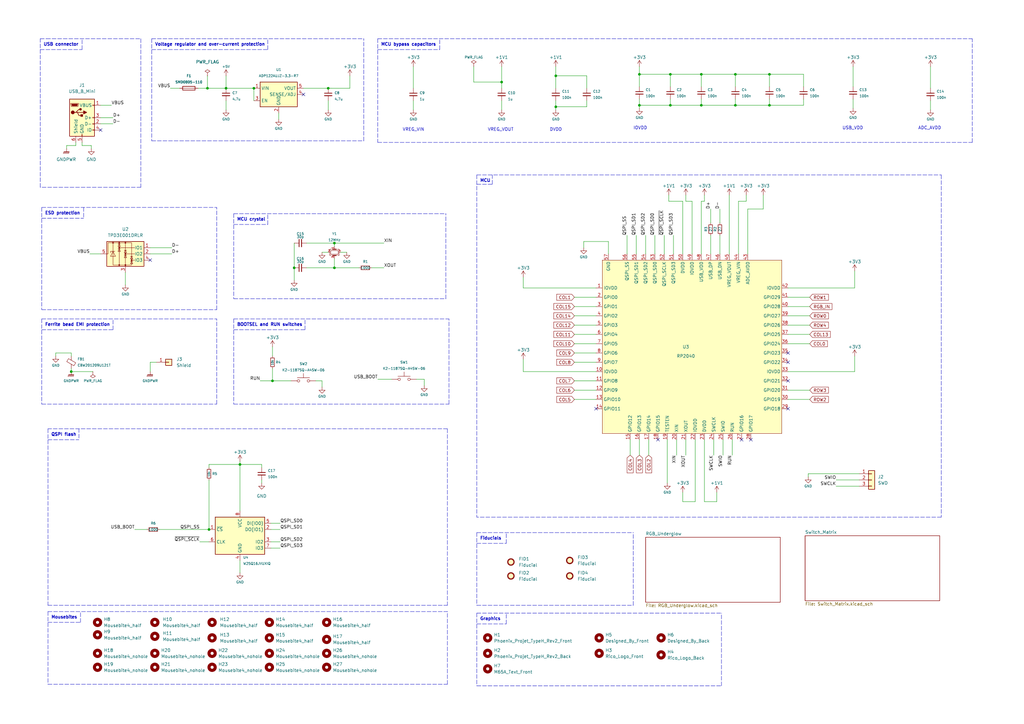
<source format=kicad_sch>
(kicad_sch (version 20211123) (generator eeschema)
  (paper "A3")
  (title_block (title "Phoenix Project No 1 - Type H") (date "2023-05-07") (rev "2") (comment 1 "Designed with love by Rico"))
  (lib_symbols
    (symbol "Connector:USB_B_Mini" (pin_names (offset 1.016))
      (property "Reference" "J" (at -5.08 11.43 0))
      (property "Value" "USB_B_Mini" (at -5.08 8.89 0))
      (symbol "USB_B_Mini_1_1"
        (pin power_out line (at 7.62 5.08 180) (length 2.54) (name "VBUS") (number "1"))
        (pin bidirectional line (at 7.62 -2.54 180) (length 2.54) (name "D-") (number "2"))
        (pin bidirectional line (at 7.62 0 180) (length 2.54) (name "D+") (number "3"))
        (pin passive line (at 7.62 -5.08 180) (length 2.54) (name "ID") (number "4"))
        (pin power_out line (at 0 -10.16 90) (length 2.54) (name "GND") (number "5"))
        (pin passive line (at -2.54 -10.16 90) (length 2.54) (name "Shield") (number "6"))
      )
    )
    (symbol "Connector_Generic:Conn_01x01" (pin_names (offset 1.016) hide)
      (property "Reference" "J" (at 0 2.54 0))
      (property "Value" "Conn_01x01" (at 0 -2.54 0))
      (symbol "Conn_01x01_1_1"
        (pin passive line (at -5.08 0 0) (length 3.81) (name "Pin_1") (number "1"))
      )
    )
    (symbol "Connector_Generic:Conn_01x03" (pin_names (offset 1.016) hide)
      (property "Reference" "J" (at 0 5.08 0))
      (property "Value" "Conn_01x03" (at 0 -5.08 0))
      (symbol "Conn_01x03_1_1"
        (pin passive line (at -5.08 2.54 0) (length 3.81) (name "Pin_1") (number "1"))
        (pin passive line (at -5.08 0 0) (length 3.81) (name "Pin_2") (number "2"))
        (pin passive line (at -5.08 -2.54 0) (length 3.81) (name "Pin_3") (number "3"))
      )
    )
    (symbol "Device:C_Small" (pin_numbers hide) (pin_names (offset 0.254) hide)
      (property "Reference" "C" (at 0.254 1.778 0))
      (property "Value" "C_Small" (at 0.254 -2.032 0))
      (symbol "C_Small_1_1"
        (pin passive line (at 0 2.54 270) (length 2.032) (name "~") (number "1"))
        (pin passive line (at 0 -2.54 90) (length 2.032) (name "~") (number "2"))
      )
    )
    (symbol "Device:Crystal_GND24_Small" (pin_names (offset 1.016) hide)
      (property "Reference" "Y" (at 1.27 4.445 0))
      (property "Value" "Crystal_GND24_Small" (at 1.27 2.54 0))
      (symbol "Crystal_GND24_Small_1_1"
        (pin passive line (at -2.54 0 0) (length 1.27) (name "1") (number "1"))
        (pin passive line (at 0 -2.54 90) (length 0.635) (name "2") (number "2"))
        (pin passive line (at 2.54 0 180) (length 1.27) (name "3") (number "3"))
        (pin passive line (at 0 2.54 270) (length 0.635) (name "4") (number "4"))
      )
    )
    (symbol "Device:FerriteBead_Small" (pin_numbers hide) (pin_names (offset 0))
      (property "Reference" "FB" (at 1.905 1.27 0))
      (property "Value" "FerriteBead_Small" (at 1.905 -1.27 0))
      (symbol "FerriteBead_Small_1_1"
        (pin passive line (at 0 2.54 270) (length 1.27) (name "~") (number "1"))
        (pin passive line (at 0 -2.54 90) (length 1.27) (name "~") (number "2"))
      )
    )
    (symbol "Device:Fuse" (pin_numbers hide) (pin_names (offset 0))
      (property "Reference" "F" (at 2.032 0 90))
      (property "Value" "Fuse" (at -1.905 0 90))
      (symbol "Fuse_1_1"
        (pin passive line (at 0 3.81 270) (length 1.27) (name "~") (number "1"))
        (pin passive line (at 0 -3.81 90) (length 1.27) (name "~") (number "2"))
      )
    )
    (symbol "Device:R_Small" (pin_numbers hide) (pin_names (offset 0.254) hide)
      (property "Reference" "R" (at 0.762 0.508 0))
      (property "Value" "R_Small" (at 0.762 -1.016 0))
      (symbol "R_Small_1_1"
        (pin passive line (at 0 2.54 270) (length 0.762) (name "~") (number "1"))
        (pin passive line (at 0 -2.54 90) (length 0.762) (name "~") (number "2"))
      )
    )
    (symbol "Mechanical:Fiducial"
      (property "Reference" "FID" (at 0 5.08 0))
      (property "Value" "Fiducial" (at 0 3.175 0))
    )
    (symbol "Mechanical:MountingHole" (pin_names (offset 1.016))
      (property "Reference" "H" (at 0 5.08 0))
      (property "Value" "MountingHole" (at 0 3.175 0))
    )
    (symbol "Memory_Flash:W25Q32JVSS"
      (property "Reference" "U" (at -8.89 8.89 0))
      (property "Value" "W25Q32JVSS" (at 7.62 8.89 0))
      (symbol "W25Q32JVSS_1_1"
        (pin input line (at -12.7 2.54 0) (length 2.54) (name "~{CS}") (number "1"))
        (pin bidirectional line (at 12.7 2.54 180) (length 2.54) (name "DO(IO1)") (number "2"))
        (pin bidirectional line (at 12.7 -2.54 180) (length 2.54) (name "IO2") (number "3"))
        (pin power_in line (at 0 -10.16 90) (length 2.54) (name "GND") (number "4"))
        (pin bidirectional line (at 12.7 5.08 180) (length 2.54) (name "DI(IO0)") (number "5"))
        (pin input line (at -12.7 -2.54 0) (length 2.54) (name "CLK") (number "6"))
        (pin bidirectional line (at 12.7 -5.08 180) (length 2.54) (name "IO3") (number "7"))
        (pin power_in line (at 0 10.16 270) (length 2.54) (name "VCC") (number "8"))
      )
    )
    (symbol "Power_Protection:TPD3E001DRLR"
      (property "Reference" "U" (at -5.08 6.35 0))
      (property "Value" "TPD3E001DRLR" (at 8.89 -7.62 0))
      (symbol "TPD3E001DRLR_1_1"
        (pin passive line (at 10.16 2.54 180) (length 2.54) (name "IO1") (number "1"))
        (pin passive line (at 10.16 0 180) (length 2.54) (name "IO2") (number "2"))
        (pin passive line (at 0 -7.62 90) (length 2.54) (name "~") (number "3"))
        (pin passive line (at 10.16 -2.54 180) (length 2.54) (name "IO3") (number "4"))
        (pin passive line (at -10.16 0 0) (length 2.54) (name "~") (number "5"))
      )
    )
    (symbol "Regulator_Linear:ADP7142AUJZ-3.3"
      (property "Reference" "U" (at 0 8.89 0))
      (property "Value" "ADP7142AUJZ-3.3" (at 0 6.35 0))
      (symbol "ADP7142AUJZ-3.3_1_1"
        (pin power_in line (at -10.16 2.54 0) (length 2.54) (name "VIN") (number "1"))
        (pin power_in line (at 0 -7.62 90) (length 2.54) (name "GND") (number "2"))
        (pin input line (at -10.16 -2.54 0) (length 2.54) (name "EN") (number "3"))
        (pin input line (at 10.16 0 180) (length 2.54) (name "SENSE/ADJ") (number "4"))
        (pin power_out line (at 10.16 2.54 180) (length 2.54) (name "VOUT") (number "5"))
      )
    )
    (symbol "Switch:SW_Push" (pin_numbers hide) (pin_names (offset 1.016) hide)
      (property "Reference" "SW" (at 1.27 2.54 0))
      (property "Value" "SW_Push" (at 0 -1.524 0))
      (symbol "SW_Push_0_1"
        (pin passive line (at -5.08 0 0) (length 2.54) (name "1") (number "1"))
        (pin passive line (at 5.08 0 180) (length 2.54) (name "2") (number "2"))
      )
    )
    (symbol "mymakercorner:RP2040"
      (property "Reference" "U" (at 0 3.81 0))
      (property "Value" "RP2040" (at 0 1.27 0))
      (symbol "RP2040_1_1"
        (pin power_in line (at -36.83 24.13 0) (length 2.54) (name "IOVDD") (number "1"))
        (pin power_in line (at -36.83 -10.16 0) (length 2.54) (name "IOVDD") (number "10"))
        (pin bidirectional line (at -36.83 -13.97 0) (length 2.54) (name "GPIO8") (number "11"))
        (pin bidirectional line (at -36.83 -17.78 0) (length 2.54) (name "GPIO9") (number "12"))
        (pin bidirectional line (at -36.83 -21.59 0) (length 2.54) (name "GPIO10") (number "13"))
        (pin bidirectional line (at -36.83 -25.4 0) (length 2.54) (name "GPIO11") (number "14"))
        (pin bidirectional line (at -22.86 -38.1 90) (length 2.54) (name "GPIO12") (number "15"))
        (pin bidirectional line (at -19.05 -38.1 90) (length 2.54) (name "GPIO13") (number "16"))
        (pin bidirectional line (at -15.24 -38.1 90) (length 2.54) (name "GPIO14") (number "17"))
        (pin bidirectional line (at -11.43 -38.1 90) (length 2.54) (name "GPIO15") (number "18"))
        (pin input line (at -7.62 -38.1 90) (length 2.54) (name "TESTEN") (number "19"))
        (pin bidirectional line (at -36.83 20.32 0) (length 2.54) (name "GPIO0") (number "2"))
        (pin input line (at -3.81 -38.1 90) (length 2.54) (name "XIN") (number "20"))
        (pin input line (at 0 -38.1 90) (length 2.54) (name "XOUT") (number "21"))
        (pin power_in line (at 3.81 -38.1 90) (length 2.54) (name "IOVDD") (number "22"))
        (pin power_in line (at 7.62 -38.1 90) (length 2.54) (name "DVDD") (number "23"))
        (pin bidirectional line (at 11.43 -38.1 90) (length 2.54) (name "SWCLK") (number "24"))
        (pin bidirectional line (at 15.24 -38.1 90) (length 2.54) (name "SWIO") (number "25"))
        (pin input line (at 19.05 -38.1 90) (length 2.54) (name "RUN") (number "26"))
        (pin bidirectional line (at 22.86 -38.1 90) (length 2.54) (name "GPIO16") (number "27"))
        (pin bidirectional line (at 26.67 -38.1 90) (length 2.54) (name "GPIO17") (number "28"))
        (pin bidirectional line (at 41.91 -25.4 180) (length 2.54) (name "GPIO18") (number "29"))
        (pin bidirectional line (at -36.83 16.51 0) (length 2.54) (name "GPIO1") (number "3"))
        (pin bidirectional line (at 41.91 -21.59 180) (length 2.54) (name "GPIO19") (number "30"))
        (pin bidirectional line (at 41.91 -17.78 180) (length 2.54) (name "GPIO20") (number "31"))
        (pin bidirectional line (at 41.91 -13.97 180) (length 2.54) (name "GPIO21") (number "32"))
        (pin power_in line (at 41.91 -10.16 180) (length 2.54) (name "IOVDD") (number "33"))
        (pin bidirectional line (at 41.91 -6.35 180) (length 2.54) (name "GPIO22") (number "34"))
        (pin bidirectional line (at 41.91 -2.54 180) (length 2.54) (name "GPIO23") (number "35"))
        (pin bidirectional line (at 41.91 1.27 180) (length 2.54) (name "GPIO24") (number "36"))
        (pin bidirectional line (at 41.91 5.08 180) (length 2.54) (name "GPIO25") (number "37"))
        (pin bidirectional line (at 41.91 8.89 180) (length 2.54) (name "GPIO26") (number "38"))
        (pin bidirectional line (at 41.91 12.7 180) (length 2.54) (name "GPIO27") (number "39"))
        (pin bidirectional line (at -36.83 12.7 0) (length 2.54) (name "GPIO2") (number "4"))
        (pin bidirectional line (at 41.91 16.51 180) (length 2.54) (name "GPIO28") (number "40"))
        (pin bidirectional line (at 41.91 20.32 180) (length 2.54) (name "GPIO29") (number "41"))
        (pin power_in line (at 41.91 24.13 180) (length 2.54) (name "IOVDD") (number "42"))
        (pin power_in line (at 25.4 38.1 270) (length 2.54) (name "ADC_AVDD") (number "43"))
        (pin power_in line (at 21.59 38.1 270) (length 2.54) (name "VREG_VIN") (number "44"))
        (pin power_in line (at 17.78 38.1 270) (length 2.54) (name "VREG_VOUT") (number "45"))
        (pin bidirectional line (at 13.97 38.1 270) (length 2.54) (name "USB_DN") (number "46"))
        (pin bidirectional line (at 10.16 38.1 270) (length 2.54) (name "USB_DP") (number "47"))
        (pin power_in line (at 6.35 38.1 270) (length 2.54) (name "USB_VDD") (number "48"))
        (pin power_in line (at 2.54 38.1 270) (length 2.54) (name "IOVDD") (number "49"))
        (pin bidirectional line (at -36.83 8.89 0) (length 2.54) (name "GPIO3") (number "5"))
        (pin power_in line (at -1.27 38.1 270) (length 2.54) (name "DVDD") (number "50"))
        (pin bidirectional line (at -5.08 38.1 270) (length 2.54) (name "QSPI_SD3") (number "51"))
        (pin bidirectional line (at -8.89 38.1 270) (length 2.54) (name "QSPI_SCLK") (number "52"))
        (pin bidirectional line (at -12.7 38.1 270) (length 2.54) (name "QSPI_SD0") (number "53"))
        (pin bidirectional line (at -16.51 38.1 270) (length 2.54) (name "QSPI_SD2") (number "54"))
        (pin bidirectional line (at -20.32 38.1 270) (length 2.54) (name "QSPI_SD1") (number "55"))
        (pin bidirectional line (at -24.13 38.1 270) (length 2.54) (name "QSPI_SS") (number "56"))
        (pin power_in line (at -31.75 38.1 270) (length 2.54) (name "GND") (number "57"))
        (pin bidirectional line (at -36.83 5.08 0) (length 2.54) (name "GPIO4") (number "6"))
        (pin bidirectional line (at -36.83 1.27 0) (length 2.54) (name "GPIO5") (number "7"))
        (pin bidirectional line (at -36.83 -2.54 0) (length 2.54) (name "GPIO6") (number "8"))
        (pin bidirectional line (at -36.83 -6.35 0) (length 2.54) (name "GPIO7") (number "9"))
      )
    )
    (symbol "power:+1V1" (power) (pin_names (offset 0))
      (property "Value" "+1V1" (at 0 3.556 0))
      (symbol "+1V1_1_1"
        (pin power_in line (at 0 0 90) (length 0) hide (name "+1V1") (number "1"))
      )
    )
    (symbol "power:+3V3" (power) (pin_names (offset 0))
      (property "Value" "+3V3" (at 0 3.556 0))
      (symbol "+3V3_1_1"
        (pin power_in line (at 0 0 90) (length 0) hide (name "+3V3") (number "1"))
      )
    )
    (symbol "power:+5V" (power) (pin_names (offset 0))
      (property "Value" "+5V" (at 0 3.556 0))
      (symbol "+5V_1_1"
        (pin power_in line (at 0 0 90) (length 0) hide (name "+5V") (number "1"))
      )
    )
    (symbol "power:GND" (power) (pin_names (offset 0))
      (property "Value" "GND" (at 0 -3.81 0))
      (symbol "GND_1_1"
        (pin power_in line (at 0 0 270) (length 0) hide (name "GND") (number "1"))
      )
    )
    (symbol "power:GNDPWR" (power) (pin_names (offset 0))
      (property "Value" "GNDPWR" (at 0 -3.302 0))
      (symbol "GNDPWR_1_1"
        (pin power_in line (at 0 0 270) (length 0) hide (name "GNDPWR") (number "1"))
      )
    )
    (symbol "power:PWR_FLAG" (power) (pin_numbers hide) (pin_names (offset 0) hide)
      (property "Value" "PWR_FLAG" (at 0 3.81 0))
      (symbol "PWR_FLAG_0_0"
        (pin power_out line (at 0 0 90) (length 0) (name "pwr") (number "1"))
      )
    )
  )
  (junction (at 274.955 43.18))
  (junction (at 262.255 30.48))
  (junction (at 301.625 43.18))
  (junction (at 227.965 31.115))
  (junction (at 104.14 36.195))
  (junction (at 134.62 36.195))
  (junction (at 85.725 217.17))
  (junction (at 205.74 33.655))
  (junction (at 137.16 109.855))
  (junction (at 315.595 30.48))
  (junction (at 137.16 99.695))
  (junction (at 111.76 156.21))
  (junction (at 287.655 30.48))
  (junction (at 85.09 36.195))
  (junction (at 315.595 43.18))
  (junction (at 287.655 43.18))
  (junction (at 120.65 109.855))
  (junction (at 98.425 190.5))
  (junction (at 92.71 36.195))
  (junction (at 227.965 43.815))
  (junction (at 262.255 43.18))
  (junction (at 29.21 152.4))
  (junction (at 301.625 30.48))
  (junction (at 274.955 30.48))
  (no_connect (at 244.475 167.64))
  (no_connect (at 323.215 156.21))
  (no_connect (at 323.215 148.59))
  (no_connect (at 323.215 167.64))
  (no_connect (at 41.275 53.34))
  (no_connect (at 269.875 180.34))
  (no_connect (at 61.595 106.68))
  (no_connect (at 304.165 180.34))
  (no_connect (at 124.46 38.735))
  (no_connect (at 307.975 180.34))
  (no_connect (at 323.215 144.78))
  (wire (pts (xy 274.955 30.48) (xy 287.655 30.48)))
  (wire (pts (xy 227.965 31.115) (xy 227.965 36.195)))
  (polyline (pts (xy 19.685 175.895) (xy 19.685 248.285)))
  (wire (pts (xy 111.125 217.17) (xy 114.935 217.17)))
  (wire (pts (xy 323.215 129.54) (xy 332.105 129.54)))
  (wire (pts (xy 114.3 46.355) (xy 114.3 48.895)))
  (wire (pts (xy 235.585 125.73) (xy 244.475 125.73)))
  (wire (pts (xy 64.135 148.59) (xy 61.595 148.59)))
  (wire (pts (xy 313.055 80.01) (xy 313.055 85.725)))
  (polyline (pts (xy 17.145 130.81) (xy 17.145 165.735)))
  (wire (pts (xy 111.125 222.25) (xy 114.935 222.25)))
  (polyline (pts (xy 62.23 57.785) (xy 149.225 57.785)))
  (wire (pts (xy 235.585 144.78) (xy 244.475 144.78)))
  (wire (pts (xy 205.74 33.655) (xy 205.74 36.195)))
  (wire (pts (xy 227.965 43.815) (xy 227.965 45.085)))
  (wire (pts (xy 291.465 85.725) (xy 291.465 91.44)))
  (wire (pts (xy 301.625 30.48) (xy 315.595 30.48)))
  (wire (pts (xy 240.665 31.115) (xy 240.665 36.195)))
  (polyline (pts (xy 17.145 89.535) (xy 34.29 89.535)))
  (polyline (pts (xy 195.58 218.44) (xy 259.715 218.44)))
  (wire (pts (xy 29.21 144.78) (xy 29.21 146.05)))
  (wire (pts (xy 329.565 30.48) (xy 329.565 35.56)))
  (polyline (pts (xy 95.885 87.63) (xy 95.885 122.555)))
  (wire (pts (xy 240.665 41.275) (xy 240.665 43.815)))
  (wire (pts (xy 33.655 59.69) (xy 37.465 59.69)))
  (wire (pts (xy 273.685 180.34) (xy 273.685 198.12)))
  (wire (pts (xy 227.965 31.115) (xy 240.665 31.115)))
  (wire (pts (xy 61.595 104.14) (xy 70.485 104.14)))
  (wire (pts (xy 274.955 30.48) (xy 274.955 35.56)))
  (wire (pts (xy 287.655 30.48) (xy 301.625 30.48)))
  (wire (pts (xy 31.115 58.42) (xy 31.115 59.69)))
  (wire (pts (xy 169.545 41.275) (xy 169.545 45.085)))
  (wire (pts (xy 313.055 85.725) (xy 306.705 85.725)))
  (wire (pts (xy 98.425 189.23) (xy 98.425 190.5)))
  (wire (pts (xy 70.485 101.6) (xy 61.595 101.6)))
  (polyline (pts (xy 398.78 58.42) (xy 398.78 15.875)))
  (wire (pts (xy 301.625 40.64) (xy 301.625 43.18)))
  (wire (pts (xy 29.21 151.13) (xy 29.21 152.4)))
  (wire (pts (xy 235.585 129.54) (xy 244.475 129.54)))
  (wire (pts (xy 227.965 43.815) (xy 240.665 43.815)))
  (wire (pts (xy 332.105 140.97) (xy 323.215 140.97)))
  (polyline (pts (xy 207.645 255.905) (xy 207.645 251.46)))
  (wire (pts (xy 306.705 85.725) (xy 306.705 104.14)))
  (wire (pts (xy 125.73 99.695) (xy 137.16 99.695)))
  (wire (pts (xy 69.85 36.195) (xy 73.66 36.195)))
  (wire (pts (xy 92.71 36.195) (xy 104.14 36.195)))
  (wire (pts (xy 257.175 96.52) (xy 257.175 104.14)))
  (wire (pts (xy 315.595 43.18) (xy 329.565 43.18)))
  (wire (pts (xy 170.815 155.575) (xy 173.99 155.575)))
  (wire (pts (xy 323.215 163.83) (xy 332.105 163.83)))
  (wire (pts (xy 111.76 156.21) (xy 119.38 156.21)))
  (wire (pts (xy 98.425 229.87) (xy 98.425 234.95)))
  (wire (pts (xy 51.435 111.76) (xy 51.435 116.84)))
  (wire (pts (xy 120.65 109.855) (xy 120.65 114.935)))
  (polyline (pts (xy 19.685 248.285) (xy 183.515 248.285)))
  (wire (pts (xy 173.99 155.575) (xy 173.99 158.115)))
  (wire (pts (xy 276.225 96.52) (xy 276.225 104.14)))
  (wire (pts (xy 274.32 82.55) (xy 280.035 82.55)))
  (polyline (pts (xy 195.58 251.46) (xy 195.58 281.305)))
  (polyline (pts (xy 195.58 251.46) (xy 295.91 251.46)))
  (polyline (pts (xy 201.93 75.565) (xy 201.93 71.755)))
  (wire (pts (xy 288.925 180.34) (xy 288.925 205.74)))
  (wire (pts (xy 323.215 125.73) (xy 332.105 125.73)))
  (polyline (pts (xy 62.23 15.875) (xy 149.225 15.875)))
  (polyline (pts (xy 17.145 127) (xy 88.9 127)))
  (polyline (pts (xy 33.655 20.32) (xy 33.655 15.875)))
  (wire (pts (xy 169.545 27.305) (xy 169.545 36.195)))
  (polyline (pts (xy 154.94 20.32) (xy 180.34 20.32)))
  (polyline (pts (xy 183.515 175.895) (xy 183.515 248.285)))
  (wire (pts (xy 132.08 103.505) (xy 134.62 103.505)))
  (wire (pts (xy 295.275 85.725) (xy 295.275 91.44)))
  (wire (pts (xy 92.71 31.115) (xy 92.71 36.195)))
  (wire (pts (xy 134.62 41.275) (xy 134.62 45.085)))
  (polyline (pts (xy 17.145 85.09) (xy 17.145 127)))
  (wire (pts (xy 41.275 43.18) (xy 45.72 43.18)))
  (polyline (pts (xy 195.58 222.885) (xy 207.645 222.885)))
  (polyline (pts (xy 34.29 85.09) (xy 34.29 89.535)))
  (wire (pts (xy 235.585 140.97) (xy 244.475 140.97)))
  (wire (pts (xy 287.655 30.48) (xy 287.655 35.56)))
  (wire (pts (xy 235.585 156.21) (xy 244.475 156.21)))
  (polyline (pts (xy 207.645 222.885) (xy 207.645 218.44)))
  (wire (pts (xy 268.605 96.52) (xy 268.605 104.14)))
  (wire (pts (xy 137.16 106.045) (xy 137.16 109.855)))
  (wire (pts (xy 288.925 205.74) (xy 294.005 205.74)))
  (polyline (pts (xy 95.885 130.81) (xy 184.15 130.81)))
  (wire (pts (xy 292.735 180.34) (xy 292.735 186.69)))
  (wire (pts (xy 287.655 82.55) (xy 287.655 104.14)))
  (wire (pts (xy 92.71 41.275) (xy 92.71 45.085)))
  (wire (pts (xy 124.46 36.195) (xy 134.62 36.195)))
  (wire (pts (xy 31.115 59.69) (xy 27.305 59.69)))
  (wire (pts (xy 249.555 99.06) (xy 249.555 104.14)))
  (wire (pts (xy 98.425 190.5) (xy 85.725 190.5)))
  (wire (pts (xy 342.9 196.85) (xy 352.425 196.85)))
  (polyline (pts (xy 17.145 130.81) (xy 88.9 130.81)))
  (wire (pts (xy 274.32 80.01) (xy 274.32 82.55)))
  (wire (pts (xy 111.125 224.79) (xy 114.935 224.79)))
  (wire (pts (xy 350.52 152.4) (xy 350.52 146.05)))
  (polyline (pts (xy 19.685 180.34) (xy 32.385 180.34)))
  (wire (pts (xy 85.09 31.115) (xy 85.09 36.195)))
  (wire (pts (xy 262.255 43.18) (xy 262.255 44.45)))
  (wire (pts (xy 205.74 27.305) (xy 205.74 33.655)))
  (wire (pts (xy 139.7 103.505) (xy 142.24 103.505)))
  (polyline (pts (xy 16.51 76.835) (xy 16.51 15.875)))
  (wire (pts (xy 239.395 101.6) (xy 239.395 99.06)))
  (wire (pts (xy 323.215 152.4) (xy 350.52 152.4)))
  (wire (pts (xy 194.31 33.655) (xy 205.74 33.655)))
  (wire (pts (xy 381.635 41.275) (xy 381.635 45.085)))
  (wire (pts (xy 296.545 180.34) (xy 296.545 186.69)))
  (wire (pts (xy 22.86 146.05) (xy 22.86 144.78)))
  (wire (pts (xy 281.305 80.01) (xy 281.305 82.55)))
  (polyline (pts (xy 180.34 20.32) (xy 180.34 15.875)))
  (polyline (pts (xy 32.385 179.705) (xy 32.385 175.895)))
  (polyline (pts (xy 154.94 58.42) (xy 398.78 58.42)))
  (polyline (pts (xy 46.355 135.255) (xy 46.355 130.81)))
  (polyline (pts (xy 19.685 280.67) (xy 183.515 280.67)))
  (polyline (pts (xy 88.9 127) (xy 88.9 85.09)))
  (wire (pts (xy 323.215 160.02) (xy 332.105 160.02)))
  (wire (pts (xy 235.585 137.16) (xy 244.475 137.16)))
  (wire (pts (xy 262.255 30.48) (xy 274.955 30.48)))
  (wire (pts (xy 274.955 43.18) (xy 287.655 43.18)))
  (wire (pts (xy 36.83 104.14) (xy 41.275 104.14)))
  (polyline (pts (xy 109.855 20.32) (xy 109.855 15.875)))
  (wire (pts (xy 22.86 144.78) (xy 29.21 144.78)))
  (wire (pts (xy 301.625 43.18) (xy 315.595 43.18)))
  (wire (pts (xy 33.655 58.42) (xy 33.655 59.69)))
  (polyline (pts (xy 57.785 15.875) (xy 57.785 76.835)))
  (polyline (pts (xy 195.58 75.565) (xy 201.93 75.565)))
  (polyline (pts (xy 16.51 20.32) (xy 33.655 20.32)))
  (wire (pts (xy 143.51 31.115) (xy 143.51 36.195)))
  (wire (pts (xy 81.915 222.25) (xy 85.725 222.25)))
  (wire (pts (xy 120.65 99.695) (xy 120.65 109.855)))
  (polyline (pts (xy 195.58 255.905) (xy 207.645 255.905)))
  (wire (pts (xy 194.31 27.305) (xy 194.31 33.655)))
  (polyline (pts (xy 16.51 15.875) (xy 19.05 15.875)))
  (polyline (pts (xy 95.885 87.63) (xy 182.88 87.63)))
  (wire (pts (xy 323.215 137.16) (xy 332.105 137.16)))
  (wire (pts (xy 287.655 43.18) (xy 301.625 43.18)))
  (polyline (pts (xy 195.58 71.755) (xy 195.58 212.09)))
  (wire (pts (xy 41.275 48.26) (xy 46.355 48.26)))
  (wire (pts (xy 205.74 41.275) (xy 205.74 45.085)))
  (wire (pts (xy 104.14 36.195) (xy 104.14 41.275)))
  (polyline (pts (xy 195.58 248.285) (xy 259.715 248.285)))
  (wire (pts (xy 214.63 147.32) (xy 214.63 152.4)))
  (polyline (pts (xy 195.58 281.305) (xy 295.91 281.305)))
  (polyline (pts (xy 62.23 20.32) (xy 109.855 20.32)))
  (polyline (pts (xy 183.515 280.67) (xy 183.515 250.825)))
  (wire (pts (xy 111.76 142.24) (xy 111.76 146.05)))
  (wire (pts (xy 349.885 27.305) (xy 349.885 35.56)))
  (wire (pts (xy 107.315 191.77) (xy 107.315 190.5)))
  (wire (pts (xy 323.215 121.92) (xy 332.105 121.92)))
  (wire (pts (xy 214.63 113.665) (xy 214.63 118.11)))
  (polyline (pts (xy 95.885 92.075) (xy 109.855 92.075)))
  (wire (pts (xy 277.495 180.34) (xy 277.495 186.69)))
  (wire (pts (xy 111.76 156.21) (xy 106.68 156.21)))
  (wire (pts (xy 300.355 180.34) (xy 300.355 186.69)))
  (polyline (pts (xy 17.145 85.09) (xy 88.9 85.09)))
  (polyline (pts (xy 57.785 76.835) (xy 16.51 76.835)))
  (wire (pts (xy 152.4 109.855) (xy 157.48 109.855)))
  (polyline (pts (xy 259.715 248.285) (xy 259.715 218.44)))
  (wire (pts (xy 262.255 40.64) (xy 262.255 43.18)))
  (wire (pts (xy 61.595 148.59) (xy 61.595 152.4)))
  (wire (pts (xy 129.54 156.21) (xy 132.08 156.21)))
  (wire (pts (xy 264.795 96.52) (xy 264.795 104.14)))
  (wire (pts (xy 272.415 96.52) (xy 272.415 104.14)))
  (wire (pts (xy 85.09 36.195) (xy 92.71 36.195)))
  (wire (pts (xy 350.52 111.125) (xy 350.52 118.11)))
  (polyline (pts (xy 17.145 135.255) (xy 46.355 135.255)))
  (wire (pts (xy 285.115 205.74) (xy 280.035 205.74)))
  (wire (pts (xy 98.425 190.5) (xy 98.425 209.55)))
  (wire (pts (xy 323.215 118.11) (xy 350.52 118.11)))
  (polyline (pts (xy 154.94 15.875) (xy 154.94 58.42)))
  (wire (pts (xy 227.965 41.275) (xy 227.965 43.815)))
  (wire (pts (xy 98.425 190.5) (xy 107.315 190.5)))
  (wire (pts (xy 227.965 27.305) (xy 227.965 31.115)))
  (wire (pts (xy 235.585 121.92) (xy 244.475 121.92)))
  (wire (pts (xy 41.275 50.8) (xy 46.355 50.8)))
  (polyline (pts (xy 19.685 250.825) (xy 19.685 280.67)))
  (wire (pts (xy 65.405 217.17) (xy 85.725 217.17)))
  (wire (pts (xy 260.985 96.52) (xy 260.985 104.14)))
  (wire (pts (xy 85.725 190.5) (xy 85.725 191.77)))
  (wire (pts (xy 107.315 196.85) (xy 107.315 198.12)))
  (polyline (pts (xy 149.225 57.785) (xy 149.225 15.875)))
  (polyline (pts (xy 154.94 15.875) (xy 398.78 15.875)))
  (wire (pts (xy 342.9 199.39) (xy 352.425 199.39)))
  (wire (pts (xy 239.395 99.06) (xy 249.555 99.06)))
  (wire (pts (xy 315.595 30.48) (xy 315.595 35.56)))
  (polyline (pts (xy 184.15 165.735) (xy 184.15 130.81)))
  (wire (pts (xy 302.895 82.55) (xy 306.07 82.55)))
  (wire (pts (xy 214.63 118.11) (xy 244.475 118.11)))
  (wire (pts (xy 235.585 163.83) (xy 244.475 163.83)))
  (wire (pts (xy 27.305 59.69) (xy 27.305 60.96)))
  (wire (pts (xy 287.655 40.64) (xy 287.655 43.18)))
  (polyline (pts (xy 17.145 165.735) (xy 88.9 165.735)))
  (wire (pts (xy 235.585 133.35) (xy 244.475 133.35)))
  (wire (pts (xy 306.07 82.55) (xy 306.07 80.01)))
  (wire (pts (xy 137.16 109.855) (xy 147.32 109.855)))
  (wire (pts (xy 302.895 82.55) (xy 302.895 104.14)))
  (polyline (pts (xy 62.23 15.875) (xy 62.23 57.785)))
  (polyline (pts (xy 125.095 135.255) (xy 125.095 130.81)))
  (wire (pts (xy 262.255 30.48) (xy 262.255 35.56)))
  (wire (pts (xy 301.625 30.48) (xy 301.625 35.56)))
  (wire (pts (xy 214.63 152.4) (xy 244.475 152.4)))
  (wire (pts (xy 329.565 40.64) (xy 329.565 43.18)))
  (wire (pts (xy 283.845 82.55) (xy 283.845 104.14)))
  (polyline (pts (xy 95.885 122.555) (xy 182.88 122.555)))
  (wire (pts (xy 262.255 43.18) (xy 274.955 43.18)))
  (polyline (pts (xy 195.58 71.755) (xy 386.08 71.755)))
  (polyline (pts (xy 182.88 122.555) (xy 182.88 87.63)))
  (wire (pts (xy 29.21 152.4) (xy 38.1 152.4)))
  (polyline (pts (xy 195.58 218.44) (xy 195.58 248.285)))
  (wire (pts (xy 235.585 160.02) (xy 244.475 160.02)))
  (wire (pts (xy 287.655 82.55) (xy 288.925 82.55)))
  (wire (pts (xy 137.16 99.695) (xy 137.16 100.965)))
  (wire (pts (xy 154.94 155.575) (xy 160.655 155.575)))
  (wire (pts (xy 280.035 82.55) (xy 280.035 104.14)))
  (wire (pts (xy 37.465 59.69) (xy 37.465 60.96)))
  (wire (pts (xy 258.445 180.34) (xy 258.445 186.69)))
  (polyline (pts (xy 95.885 165.735) (xy 184.15 165.735)))
  (polyline (pts (xy 19.685 250.825) (xy 183.515 250.825)))
  (wire (pts (xy 331.47 195.58) (xy 331.47 194.31)))
  (wire (pts (xy 331.47 194.31) (xy 352.425 194.31)))
  (polyline (pts (xy 19.685 255.27) (xy 33.02 255.27)))
  (polyline (pts (xy 95.885 130.81) (xy 95.885 165.735)))
  (polyline (pts (xy 88.9 165.735) (xy 88.9 130.81)))
  (wire (pts (xy 315.595 40.64) (xy 315.595 43.18)))
  (wire (pts (xy 111.125 214.63) (xy 114.935 214.63)))
  (polyline (pts (xy 95.885 135.255) (xy 125.095 135.255)))
  (wire (pts (xy 288.925 82.55) (xy 288.925 80.01)))
  (wire (pts (xy 134.62 36.195) (xy 143.51 36.195)))
  (wire (pts (xy 111.76 151.13) (xy 111.76 156.21)))
  (wire (pts (xy 262.255 27.305) (xy 262.255 30.48)))
  (wire (pts (xy 281.305 82.55) (xy 283.845 82.55)))
  (wire (pts (xy 349.885 40.64) (xy 349.885 44.45)))
  (wire (pts (xy 294.005 205.74) (xy 294.005 201.93)))
  (wire (pts (xy 235.585 148.59) (xy 244.475 148.59)))
  (wire (pts (xy 132.08 156.21) (xy 132.08 158.75)))
  (wire (pts (xy 280.035 205.74) (xy 280.035 201.93)))
  (polyline (pts (xy 386.08 71.755) (xy 386.08 212.09)))
  (wire (pts (xy 315.595 30.48) (xy 329.565 30.48)))
  (wire (pts (xy 291.465 96.52) (xy 291.465 104.14)))
  (polyline (pts (xy 295.91 281.305) (xy 295.91 251.46)))
  (wire (pts (xy 381.635 27.305) (xy 381.635 36.195)))
  (wire (pts (xy 295.275 96.52) (xy 295.275 104.14)))
  (polyline (pts (xy 109.855 92.075) (xy 109.855 87.63)))
  (polyline (pts (xy 183.515 175.895) (xy 19.685 175.895)))
  (polyline (pts (xy 386.08 212.09) (xy 195.58 212.09)))
  (wire (pts (xy 299.085 80.01) (xy 299.085 104.14)))
  (wire (pts (xy 55.245 217.17) (xy 60.325 217.17)))
  (wire (pts (xy 85.725 196.85) (xy 85.725 217.17)))
  (wire (pts (xy 81.28 36.195) (xy 85.09 36.195)))
  (wire (pts (xy 137.16 99.695) (xy 157.48 99.695)))
  (polyline (pts (xy 33.02 255.27) (xy 33.02 250.825)))
  (wire (pts (xy 274.955 40.64) (xy 274.955 43.18)))
  (wire (pts (xy 266.065 180.34) (xy 266.065 186.69)))
  (wire (pts (xy 285.115 180.34) (xy 285.115 205.74)))
  (polyline (pts (xy 19.05 15.875) (xy 57.785 15.875)))
  (wire (pts (xy 281.305 180.34) (xy 281.305 186.69)))
  (wire (pts (xy 323.215 133.35) (xy 332.105 133.35)))
  (wire (pts (xy 262.255 180.34) (xy 262.255 186.69)))
  (wire (pts (xy 125.73 109.855) (xy 137.16 109.855)))
  (text "MCU bypass capacitors" (at 156.21 19.05 0) (effects (font (size 1.27 1.27) (thickness 0.254) bold) (justify left bottom)))
  (text "DVDD" (at 225.425 53.975 0) (effects (font (size 1.27 1.27)) (justify left bottom)))
  (text "Graphics" (at 196.85 254.635 0) (effects (font (size 1.27 1.27) (thickness 0.254) bold) (justify left bottom)))
  (text "VREG_VOUT" (at 200.025 53.975 0) (effects (font (size 1.27 1.27)) (justify left bottom)))
  (text "Voltage regulator and over-current protection" (at 63.5 19.05 0) (effects (font (size 1.27 1.27) (thickness 0.254) bold) (justify left bottom)))
  (text "ESD protection" (at 18.415 88.265 0) (effects (font (size 1.27 1.27) (thickness 0.254) bold) (justify left bottom)))
  (text "IOVDD" (at 259.715 53.34 0) (effects (font (size 1.27 1.27)) (justify left bottom)))
  (text "MCU" (at 196.85 74.93 0) (effects (font (size 1.27 1.27) (thickness 0.254) bold) (justify left bottom)))
  (text "QSPI flash" (at 20.955 179.07 0) (effects (font (size 1.27 1.27) (thickness 0.254) bold) (justify left bottom)))
  (text "BOOTSEL and RUN switches" (at 97.155 133.985 0) (effects (font (size 1.27 1.27) (thickness 0.254) bold) (justify left bottom)))
  (text "MCU crystal" (at 97.155 90.805 0) (effects (font (size 1.27 1.27) (thickness 0.254) bold) (justify left bottom)))
  (text "Ferrite bead EMI protection" (at 18.415 133.985 0) (effects (font (size 1.27 1.27) (thickness 0.254) bold) (justify left bottom)))
  (text "ADC_AVDD" (at 376.555 53.34 0) (effects (font (size 1.27 1.27)) (justify left bottom)))
  (text "VREG_VIN" (at 165.1 53.975 0) (effects (font (size 1.27 1.27)) (justify left bottom)))
  (text "Mousebites" (at 20.955 254 0) (effects (font (size 1.27 1.27) (thickness 0.254) bold) (justify left bottom)))
  (text "Fiducials" (at 196.85 221.615 0) (effects (font (size 1.27 1.27) (thickness 0.254) bold) (justify left bottom)))
  (text "USB connector" (at 17.78 19.05 0) (effects (font (size 1.27 1.27) (thickness 0.254) bold) (justify left bottom)))
  (text "USB_VDD" (at 345.44 53.34 0) (effects (font (size 1.27 1.27)) (justify left bottom)))
  (label "D-" (at 70.485 101.6 0))
  (label "D+" (at 291.465 85.725 90))
  (label "QSPI_SD1" (at 260.985 96.52 90))
  (label "VBUS" (at 45.72 43.18 0))
  (label "D-" (at 295.275 85.725 90))
  (label "XIN" (at 157.48 99.695 0))
  (label "USB_BOOT" (at 154.94 155.575 180))
  (label "XIN" (at 277.495 186.69 270))
  (label "D+" (at 70.485 104.14 0))
  (label "QSPI_SD2" (at 114.935 222.25 0))
  (label "QSPI_SS" (at 257.175 96.52 90))
  (label "QSPI_SD3" (at 276.225 96.52 90))
  (label "VBUS" (at 36.83 104.14 180))
  (label "QSPI_SD0" (at 268.605 96.52 90))
  (label "SWCLK" (at 292.735 186.69 270))
  (label "SWIO" (at 342.9 196.85 180))
  (label "USB_BOOT" (at 55.245 217.17 180))
  (label "XOUT" (at 281.305 186.69 270))
  (label "QSPI_SD0" (at 114.935 214.63 0))
  (label "SWIO" (at 296.545 186.69 270))
  (label "~{QSPI_SCLK}" (at 81.915 222.25 180))
  (label "QSPI_SD3" (at 114.935 224.79 0))
  (label "QSPI_SD1" (at 114.935 217.17 0))
  (label "D+" (at 46.355 48.26 0))
  (label "D-" (at 46.355 50.8 0))
  (label "RUN" (at 106.68 156.21 180))
  (label "RUN" (at 300.355 186.69 270))
  (label "QSPI_SS" (at 81.915 217.17 180))
  (label "VBUS" (at 69.85 36.195 180))
  (label "XOUT" (at 157.48 109.855 0))
  (label "~{QSPI_SCLK}" (at 272.415 96.52 90))
  (label "QSPI_SD2" (at 264.795 96.52 90))
  (label "SWCLK" (at 342.9 199.39 180))
  (global_label "RGB_IN" (shape input) (at 332.105 125.73 0) (property "Intersheet References" "${INTERSHEET_REFS}" (effects hide)))
  (global_label "COL2" (shape input) (at 266.065 186.69 270) (property "Intersheet References" "${INTERSHEET_REFS}" (effects hide)))
  (global_label "COL4" (shape input) (at 258.445 186.69 270) (property "Intersheet References" "${INTERSHEET_REFS}" (effects hide)))
  (global_label "COL14" (shape input) (at 235.585 129.54 180) (property "Intersheet References" "${INTERSHEET_REFS}" (effects hide)))
  (global_label "COL12" (shape input) (at 235.585 133.35 180) (property "Intersheet References" "${INTERSHEET_REFS}" (effects hide)))
  (global_label "ROW2" (shape input) (at 332.105 163.83 0) (property "Intersheet References" "${INTERSHEET_REFS}" (effects hide)))
  (global_label "ROW3" (shape input) (at 332.105 160.02 0) (property "Intersheet References" "${INTERSHEET_REFS}" (effects hide)))
  (global_label "ROW4" (shape input) (at 332.105 133.35 0) (property "Intersheet References" "${INTERSHEET_REFS}" (effects hide)))
  (global_label "COL5" (shape input) (at 235.585 163.83 180) (property "Intersheet References" "${INTERSHEET_REFS}" (effects hide)))
  (global_label "COL10" (shape input) (at 235.585 140.97 180) (property "Intersheet References" "${INTERSHEET_REFS}" (effects hide)))
  (global_label "COL15" (shape input) (at 235.585 125.73 180) (property "Intersheet References" "${INTERSHEET_REFS}" (effects hide)))
  (global_label "COL13" (shape input) (at 332.105 137.16 0) (property "Intersheet References" "${INTERSHEET_REFS}" (effects hide)))
  (global_label "ROW1" (shape input) (at 332.105 121.92 0) (property "Intersheet References" "${INTERSHEET_REFS}" (effects hide)))
  (global_label "COL7" (shape input) (at 235.585 156.21 180) (property "Intersheet References" "${INTERSHEET_REFS}" (effects hide)))
  (global_label "COL6" (shape input) (at 235.585 160.02 180) (property "Intersheet References" "${INTERSHEET_REFS}" (effects hide)))
  (global_label "COL3" (shape input) (at 262.255 186.69 270) (property "Intersheet References" "${INTERSHEET_REFS}" (effects hide)))
  (global_label "COL0" (shape input) (at 332.105 140.97 0) (property "Intersheet References" "${INTERSHEET_REFS}" (effects hide)))
  (global_label "COL8" (shape input) (at 235.585 148.59 180) (property "Intersheet References" "${INTERSHEET_REFS}" (effects hide)))
  (global_label "COL11" (shape input) (at 235.585 137.16 180) (property "Intersheet References" "${INTERSHEET_REFS}" (effects hide)))
  (global_label "ROW0" (shape input) (at 332.105 129.54 0) (property "Intersheet References" "${INTERSHEET_REFS}" (effects hide)))
  (global_label "COL1" (shape input) (at 235.585 121.92 180) (property "Intersheet References" "${INTERSHEET_REFS}" (effects hide)))
  (global_label "COL9" (shape input) (at 235.585 144.78 180) (property "Intersheet References" "${INTERSHEET_REFS}" (effects hide)))
  (symbol (lib_id "Device:C_Small") (at 123.19 99.695 90) (unit 1)
    (property "Reference" "C15" (at 123.19 95.885 90) (effects (font (size 1 1))))
    (property "Value" "30p" (at 123.1963 97.155 90) (effects (font (size 1 1))))
    (property "Footprint" "mymakercorner:C_402" (effects hide))
    (property "LCSC" "C1570" (effects hide))
  )
  (symbol (lib_id "Mechanical:MountingHole") (at 200.025 261.62 0) (unit 1)
    (property "Reference" "H1" (at 202.565 260.3499 0) (effects (justify left)))
    (property "Value" "Phoenix_Projet_TypeH_Rev2_Front" (at 202.565 262.8899 0) (effects (justify left)))
    (property "Footprint" "mymakercorner:The_Phoenix_Project_No1_TypeH_Rev2_Logo" (effects hide))
  )
  (symbol (lib_id "power:+3V3") (at 381.635 27.305 0) (unit 1)
    (property "Reference" "#PWR0106" (effects hide))
    (property "Value" "+3V3" (at 381.635 23.495 0))
  )
  (symbol (lib_id "Mechanical:MountingHole") (at 86.995 267.97 0) (unit 1)
    (property "Reference" "H22" (at 89.535 266.6999 0) (effects (justify left)))
    (property "Value" "Mousebite4_nohole" (at 89.535 269.2399 0) (effects (justify left)))
    (property "Footprint" "mymakercorner:Mousebite4_nohole" (effects hide))
  )
  (symbol (lib_id "power:+3V3") (at 350.52 146.05 0) (unit 1)
    (property "Reference" "#PWR0120" (effects hide))
    (property "Value" "+3V3" (at 350.52 142.24 0))
  )
  (symbol (lib_id "power:+3V3") (at 262.255 27.305 0) (unit 1)
    (property "Reference" "#PWR0104" (effects hide))
    (property "Value" "+3V3" (at 262.255 23.495 0))
  )
  (symbol (lib_id "Mechanical:MountingHole") (at 271.145 261.62 0) (unit 1)
    (property "Reference" "H6" (at 273.685 260.3499 0) (effects (justify left)))
    (property "Value" "Designed_By_Back" (at 273.685 262.8899 0) (effects (justify left)))
    (property "Footprint" "mymakercorner:DesignedWithLove_Logo" (effects hide))
  )
  (symbol (lib_id "Device:C_Small") (at 301.625 38.1 0) (unit 1)
    (property "Reference" "C4" (at 304.165 36.8362 0) (effects (font (size 1 1)) (justify left)))
    (property "Value" "100n" (at 304.165 39.3762 0) (effects (font (size 1 1)) (justify left)))
    (property "Footprint" "mymakercorner:C_402" (effects hide))
    (property "LCSC" "C1525" (effects hide))
  )
  (symbol (lib_id "Switch:SW_Push") (at 124.46 156.21 0) (unit 1)
    (property "Reference" "SW2" (at 124.46 149.225 0) (effects (font (size 1 1))))
    (property "Value" "K2-1187SQ-A4SW-06" (at 124.46 151.765 0) (effects (font (size 1 1))))
    (property "Footprint" "mymakercorner:K2-1187SQ-B4SW-06" (effects hide))
    (property "LCSC" "C92584" (effects hide))
    (property "Mouser" "653-B3U-3000P-B " (effects hide))
  )
  (symbol (lib_id "Memory_Flash:W25Q32JVSS") (at 98.425 219.71 0) (unit 1)
    (property "Reference" "U4" (at 99.695 228.6 0) (effects (font (size 1 1)) (justify left)))
    (property "Value" "W25Q16JVUXIQ" (at 99.695 231.14 0) (effects (font (size 1 1)) (justify left)))
    (property "Footprint" "mymakercorner:USON8_3x2mm" (effects hide))
    (property "Datasheet" "http://www.winbond.com/resource-files/w25q32jv%20revg%2003272018%20plus.pdf" (effects hide))
    (property "LCSC" "C2843335" (effects hide))
    (property "Mouser" "454-W25Q16JVUXIQTR" (effects hide))
  )
  (symbol (lib_id "Mechanical:MountingHole") (at 133.985 267.97 0) (unit 1)
    (property "Reference" "H26" (at 136.525 266.6999 0) (effects (justify left)))
    (property "Value" "Mousebite4_nohole" (at 136.525 269.2399 0) (effects (justify left)))
    (property "Footprint" "mymakercorner:Mousebite4_nohole" (effects hide))
  )
  (symbol (lib_id "Device:Fuse") (at 77.47 36.195 90) (unit 1)
    (property "Reference" "F1" (at 77.47 31.115 90) (effects (font (size 1 1))))
    (property "Value" "SMD0805-110" (at 77.47 33.655 90) (effects (font (size 1 1))))
    (property "Footprint" "mymakercorner:F_805" (effects hide))
    (property "LCSC" "C70062" (effects hide))
  )
  (symbol (lib_id "power:PWR_FLAG") (at 38.1 152.4 180) (unit 1)
    (property "Reference" "#FLG05" (effects hide))
    (property "Value" "PWR_FLAG" (at 38.1 156.21 0) (effects (font (size 1 1))))
  )
  (symbol (lib_id "Mechanical:Fiducial") (at 209.55 236.22 0) (unit 1)
    (property "Reference" "FID2" (at 212.725 234.9499 0) (effects (justify left)))
    (property "Value" "Fiducial" (at 212.725 237.4899 0) (effects (justify left)))
    (property "Footprint" "Fiducial:Fiducial_1mm_Mask2mm" (effects hide))
  )
  (symbol (lib_id "Device:C_Small") (at 92.71 38.735 0) (unit 1)
    (property "Reference" "C7" (at 95.25 38.1063 0) (effects (font (size 1 1)) (justify left)))
    (property "Value" "4.7u" (at 95.25 40.6463 0) (effects (font (size 1 1)) (justify left)))
    (property "Footprint" "mymakercorner:C_805" (effects hide))
    (property "LCSC" "C1779" (effects hide))
  )
  (symbol (lib_id "power:+5V") (at 92.71 31.115 0) (unit 1)
    (property "Reference" "#PWR03" (effects hide))
    (property "Value" "+5V" (at 92.71 27.305 0) (effects (font (size 1 1))))
  )
  (symbol (lib_id "Mechanical:MountingHole") (at 110.49 267.97 0) (unit 1)
    (property "Reference" "H24" (at 113.03 266.6999 0) (effects (justify left)))
    (property "Value" "Mousebite4_nohole" (at 113.03 269.2399 0) (effects (justify left)))
    (property "Footprint" "mymakercorner:Mousebite4_nohole" (effects hide))
  )
  (symbol (lib_id "power:+3V3") (at 313.055 80.01 0) (unit 1)
    (property "Reference" "#PWR0119" (effects hide))
    (property "Value" "+3V3" (at 313.055 76.2 0))
  )
  (symbol (lib_id "Mechanical:MountingHole") (at 40.005 267.97 0) (unit 1)
    (property "Reference" "H18" (at 42.545 266.6999 0) (effects (justify left)))
    (property "Value" "Mousebite4_nohole" (at 42.545 269.2399 0) (effects (justify left)))
    (property "Footprint" "mymakercorner:Mousebite4_nohole" (effects hide))
  )
  (symbol (lib_id "power:GNDPWR") (at 61.595 152.4 0) (unit 1)
    (property "Reference" "#PWR0109" (effects hide))
    (property "Value" "GNDPWR" (at 61.595 156.21 0) (effects (font (size 1 1))))
  )
  (symbol (lib_id "power:+3V3") (at 143.51 31.115 0) (unit 1)
    (property "Reference" "#PWR0101" (effects hide))
    (property "Value" "+3V3" (at 143.51 27.305 0))
  )
  (symbol (lib_id "power:GND") (at 132.08 158.75 0) (unit 1)
    (property "Reference" "#PWR028" (effects hide))
    (property "Value" "GND" (at 132.08 162.56 0) (effects (font (size 1 1))))
  )
  (symbol (lib_id "power:GND") (at 107.315 198.12 0) (unit 1)
    (property "Reference" "#PWR031" (effects hide))
    (property "Value" "GND" (at 107.315 203.454 0))
  )
  (symbol (lib_id "Mechanical:MountingHole") (at 63.5 255.27 0) (unit 1)
    (property "Reference" "H10" (at 66.675 253.9999 0) (effects (justify left)))
    (property "Value" "Mousebite4_half" (at 66.675 256.5399 0) (effects (justify left)))
    (property "Footprint" "mymakercorner:Mousebite4_half" (effects hide))
  )
  (symbol (lib_id "Device:R_Small") (at 111.76 148.59 180) (unit 1)
    (property "Reference" "R4" (at 113.03 148.59 0) (effects (font (size 1 1)) (justify right)))
    (property "Value" "10k" (at 111.76 149.86 90) (effects (font (size 0.8 0.8)) (justify right)))
    (property "Footprint" "mymakercorner:R_402" (effects hide))
    (property "LCSC" "C25744" (effects hide))
  )
  (symbol (lib_id "Regulator_Linear:ADP7142AUJZ-3.3") (at 114.3 38.735 0) (unit 1)
    (property "Reference" "U1" (at 114.3 28.575 0) (effects (font (size 1 1))))
    (property "Value" "ADP122AUJZ-3.3-R7 " (at 114.3 31.115 0) (effects (font (size 1 1))))
    (property "Footprint" "mymakercorner:TSOT-23-5" (effects hide))
    (property "Datasheet" "https://www.analog.com/media/en/technical-documentation/data-sheets/ADP7142.pdf" (effects hide))
    (property "LCSC" "C143910" (effects hide))
    (property "Mouser" "584-ADP122AUJZ-3.3R7 " (effects hide))
  )
  (symbol (lib_id "Mechanical:MountingHole") (at 245.745 267.97 0) (unit 1)
    (property "Reference" "H3" (at 248.285 266.6999 0) (effects (justify left)))
    (property "Value" "Rico_Logo_Front" (at 248.285 269.2399 0) (effects (justify left)))
    (property "Footprint" "mymakercorner:Rico_Logo" (effects hide))
  )
  (symbol (lib_id "power:+3V3") (at 111.76 142.24 0) (unit 1)
    (property "Reference" "#PWR0102" (effects hide))
    (property "Value" "+3V3" (at 111.76 138.43 0))
  )
  (symbol (lib_id "power:+1V1") (at 274.32 80.01 0) (unit 1)
    (property "Reference" "#PWR0121" (effects hide))
    (property "Value" "+1V1" (at 274.32 76.2 0))
  )
  (symbol (lib_id "Mechanical:MountingHole") (at 200.025 274.32 0) (unit 1)
    (property "Reference" "H7" (at 202.565 273.0499 0) (effects (justify left)))
    (property "Value" "M65A_Text_Front" (at 202.565 275.5899 0) (effects (justify left)))
    (property "Footprint" "mymakercorner:M65-A_Replacement_Logo" (effects hide))
  )
  (symbol (lib_id "Mechanical:MountingHole") (at 86.995 261.62 0) (unit 1)
    (property "Reference" "H13" (at 90.17 260.3499 0) (effects (justify left)))
    (property "Value" "Mousebite4_half" (at 90.17 262.8899 0) (effects (justify left)))
    (property "Footprint" "mymakercorner:Mousebite4_half" (effects hide))
  )
  (symbol (lib_id "power:+3V3") (at 281.305 80.01 0) (unit 1)
    (property "Reference" "#PWR0114" (effects hide))
    (property "Value" "+3V3" (at 281.305 76.2 0))
  )
  (symbol (lib_id "Mechanical:MountingHole") (at 40.005 255.27 0) (unit 1)
    (property "Reference" "H8" (at 42.545 253.9999 0) (effects (justify left)))
    (property "Value" "Mousebite4_half" (at 42.545 256.5399 0) (effects (justify left)))
    (property "Footprint" "mymakercorner:Mousebite4_half" (effects hide))
  )
  (symbol (lib_id "power:GND") (at 262.255 44.45 0) (unit 1)
    (property "Reference" "#PWR09" (effects hide))
    (property "Value" "GND" (at 262.255 48.26 0) (effects (font (size 1 1))))
  )
  (symbol (lib_id "power:+3V3") (at 214.63 113.665 0) (unit 1)
    (property "Reference" "#PWR0113" (effects hide))
    (property "Value" "+3V3" (at 214.63 109.855 0))
  )
  (symbol (lib_id "power:+3V3") (at 288.925 80.01 0) (unit 1)
    (property "Reference" "#PWR0115" (effects hide))
    (property "Value" "+3V3" (at 288.925 76.2 0))
  )
  (symbol (lib_id "Mechanical:MountingHole") (at 86.995 255.27 0) (unit 1)
    (property "Reference" "H12" (at 90.17 253.9999 0) (effects (justify left)))
    (property "Value" "Mousebite4_half" (at 90.17 256.5399 0) (effects (justify left)))
    (property "Footprint" "mymakercorner:Mousebite4_half" (effects hide))
  )
  (symbol (lib_id "Switch:SW_Push") (at 165.735 155.575 0) (unit 1)
    (property "Reference" "SW1" (at 165.735 148.59 0) (effects (font (size 1 1))))
    (property "Value" "K2-1187SQ-A4SW-06" (at 165.735 151.13 0) (effects (font (size 1 1))))
    (property "Footprint" "mymakercorner:K2-1187SQ-B4SW-06" (effects hide))
    (property "LCSC" "C92584" (effects hide))
    (property "Mouser" "653-B3U-3000P-B " (effects hide))
  )
  (symbol (lib_id "power:GND") (at 227.965 45.085 0) (unit 1)
    (property "Reference" "#PWR014" (effects hide))
    (property "Value" "GND" (at 227.965 48.895 0) (effects (font (size 1 1))))
  )
  (symbol (lib_id "Device:C_Small") (at 205.74 38.735 0) (unit 1)
    (property "Reference" "C10" (at 208.28 38.1063 0) (effects (font (size 1 1)) (justify left)))
    (property "Value" "1u" (at 208.28 40.6463 0) (effects (font (size 1 1)) (justify left)))
    (property "Footprint" "mymakercorner:C_402" (effects hide))
    (property "LCSC" "C52923" (effects hide))
  )
  (symbol (lib_id "Mechanical:MountingHole") (at 200.025 267.97 0) (unit 1)
    (property "Reference" "H2" (at 202.565 266.6999 0) (effects (justify left)))
    (property "Value" "Phoenix_Projet_TypeH_Rev2_Back" (at 202.565 269.2399 0) (effects (justify left)))
    (property "Footprint" "mymakercorner:The_Phoenix_Project_No1_TypeH_Rev2_Logo" (effects hide))
  )
  (symbol (lib_id "Mechanical:MountingHole") (at 245.745 261.62 0) (unit 1)
    (property "Reference" "H5" (at 248.285 260.3499 0) (effects (justify left)))
    (property "Value" "Designed_By_Front" (at 248.285 262.8899 0) (effects (justify left)))
    (property "Footprint" "mymakercorner:DesignedWithLove_Logo" (effects hide))
  )
  (symbol (lib_id "Device:C_Small") (at 169.545 38.735 0) (unit 1)
    (property "Reference" "C9" (at 172.085 38.1063 0) (effects (font (size 1 1)) (justify left)))
    (property "Value" "1u" (at 172.085 40.6463 0) (effects (font (size 1 1)) (justify left)))
    (property "Footprint" "mymakercorner:C_402" (effects hide))
    (property "LCSC" "C52923" (effects hide))
  )
  (symbol (lib_id "Device:C_Small") (at 227.965 38.735 0) (unit 1)
    (property "Reference" "C11" (at 230.505 37.4712 0) (effects (font (size 1 1)) (justify left)))
    (property "Value" "100n" (at 230.505 40.0112 0) (effects (font (size 1 1)) (justify left)))
    (property "Footprint" "mymakercorner:C_402" (effects hide))
    (property "LCSC" "C1525" (effects hide))
  )
  (symbol (lib_id "power:GND") (at 169.545 45.085 0) (unit 1)
    (property "Reference" "#PWR012" (effects hide))
    (property "Value" "GND" (at 169.545 48.895 0) (effects (font (size 1 1))))
  )
  (symbol (lib_id "power:GND") (at 239.395 101.6 0) (unit 1)
    (property "Reference" "#PWR022" (effects hide))
    (property "Value" "GND" (at 239.395 105.41 0) (effects (font (size 1 1))))
  )
  (symbol (lib_id "Device:C_Small") (at 329.565 38.1 0) (unit 1)
    (property "Reference" "C6" (at 332.105 36.8362 0) (effects (font (size 1 1)) (justify left)))
    (property "Value" "100n" (at 332.105 39.3762 0) (effects (font (size 1 1)) (justify left)))
    (property "Footprint" "mymakercorner:C_402" (effects hide))
    (property "LCSC" "C1525" (effects hide))
  )
  (symbol (lib_id "power:+3V3") (at 280.035 201.93 0) (unit 1)
    (property "Reference" "#PWR0110" (effects hide))
    (property "Value" "+3V3" (at 280.035 198.12 0))
  )
  (symbol (lib_id "Device:C_Small") (at 274.955 38.1 0) (unit 1)
    (property "Reference" "C2" (at 277.495 36.8362 0) (effects (font (size 1 1)) (justify left)))
    (property "Value" "100n" (at 277.495 39.3762 0) (effects (font (size 1 1)) (justify left)))
    (property "Footprint" "mymakercorner:C_402" (effects hide))
    (property "LCSC" "C1525" (effects hide))
  )
  (symbol (lib_id "power:GND") (at 331.47 195.58 0) (unit 1)
    (property "Reference" "#PWR0108" (effects hide))
    (property "Value" "GND" (at 331.47 199.39 0) (effects (font (size 1 1))))
  )
  (symbol (lib_id "power:GND") (at 349.885 44.45 0) (unit 1)
    (property "Reference" "#PWR015" (effects hide))
    (property "Value" "GND" (at 349.885 48.26 0) (effects (font (size 1 1))))
  )
  (symbol (lib_id "Device:C_Small") (at 349.885 38.1 0) (unit 1)
    (property "Reference" "C13" (at 352.425 36.8362 0) (effects (font (size 1 1)) (justify left)))
    (property "Value" "100n" (at 352.425 39.3762 0) (effects (font (size 1 1)) (justify left)))
    (property "Footprint" "mymakercorner:C_402" (effects hide))
    (property "LCSC" "C1525" (effects hide))
  )
  (symbol (lib_id "power:+1V1") (at 299.085 80.01 0) (unit 1)
    (property "Reference" "#PWR0111" (effects hide))
    (property "Value" "+1V1" (at 299.085 76.2 0))
  )
  (symbol (lib_id "Device:C_Small") (at 123.19 109.855 90) (unit 1)
    (property "Reference" "C16" (at 123.19 106.045 90) (effects (font (size 1 1))))
    (property "Value" "30p" (at 123.1963 107.315 90) (effects (font (size 1 1))))
    (property "Footprint" "mymakercorner:C_402" (effects hide))
    (property "LCSC" "C1570" (effects hide))
  )
  (symbol (lib_id "power:GND") (at 381.635 45.085 0) (unit 1)
    (property "Reference" "#PWR016" (effects hide))
    (property "Value" "GND" (at 381.635 48.895 0) (effects (font (size 1 1))))
  )
  (symbol (lib_id "power:+3V3") (at 350.52 111.125 0) (unit 1)
    (property "Reference" "#PWR0118" (effects hide))
    (property "Value" "+3V3" (at 350.52 107.315 0))
  )
  (symbol (lib_id "Device:FerriteBead_Small") (at 29.21 148.59 0) (unit 1)
    (property "Reference" "FB1" (at 31.75 147.2818 0) (effects (font (size 1 1)) (justify left)))
    (property "Value" "CBW201209U121T" (at 31.75 149.8218 0) (effects (font (size 1 1)) (justify left)))
    (property "Footprint" "mymakercorner:R_805" (effects hide))
    (property "LCSC" "C139186" (effects hide))
  )
  (symbol (lib_id "power:GND") (at 132.08 103.505 0) (unit 1)
    (property "Reference" "#PWR020" (effects hide))
    (property "Value" "GND" (at 132.08 107.315 0) (effects (font (size 1 1))))
  )
  (symbol (lib_id "Mechanical:MountingHole") (at 271.145 268.605 0) (unit 1)
    (property "Reference" "H4" (at 273.685 267.3349 0) (effects (justify left)))
    (property "Value" "Rico_Logo_Back" (at 273.685 269.8749 0) (effects (justify left)))
    (property "Footprint" "mymakercorner:Rico_Logo" (effects hide))
  )
  (symbol (lib_id "power:GNDPWR") (at 29.21 152.4 0) (unit 1)
    (property "Reference" "#PWR029" (effects hide))
    (property "Value" "GNDPWR" (at 29.21 156.21 0) (effects (font (size 1 1))))
  )
  (symbol (lib_id "power:GND") (at 51.435 116.84 0) (unit 1)
    (property "Reference" "#PWR024" (effects hide))
    (property "Value" "GND" (at 51.435 120.65 0) (effects (font (size 1 1))))
  )
  (symbol (lib_id "Device:C_Small") (at 134.62 38.735 0) (unit 1)
    (property "Reference" "C8" (at 137.16 38.1063 0) (effects (font (size 1 1)) (justify left)))
    (property "Value" "4.7u" (at 137.16 40.6463 0) (effects (font (size 1 1)) (justify left)))
    (property "Footprint" "mymakercorner:C_805" (effects hide))
    (property "LCSC" "C1779" (effects hide))
  )
  (symbol (lib_id "Mechanical:Fiducial") (at 209.55 230.505 0) (unit 1)
    (property "Reference" "FID1" (at 212.725 229.2349 0) (effects (justify left)))
    (property "Value" "Fiducial" (at 212.725 231.7749 0) (effects (justify left)))
    (property "Footprint" "Fiducial:Fiducial_1mm_Mask2mm" (effects hide))
  )
  (symbol (lib_id "power:PWR_FLAG") (at 85.09 31.115 0) (unit 1)
    (property "Reference" "#FLG0101" (effects hide))
    (property "Value" "PWR_FLAG" (at 85.09 25.4 0))
  )
  (symbol (lib_id "Device:R_Small") (at 85.725 194.31 180) (unit 1)
    (property "Reference" "R5" (at 86.995 194.31 0) (effects (font (size 1 1)) (justify right)))
    (property "Value" "10k" (at 85.725 195.58 90) (effects (font (size 0.8 0.8)) (justify right)))
    (property "Footprint" "mymakercorner:R_402" (effects hide))
    (property "LCSC" "C25744" (effects hide))
  )
  (symbol (lib_id "Device:C_Small") (at 315.595 38.1 0) (unit 1)
    (property "Reference" "C5" (at 318.135 36.8362 0) (effects (font (size 1 1)) (justify left)))
    (property "Value" "100n" (at 318.135 39.3762 0) (effects (font (size 1 1)) (justify left)))
    (property "Footprint" "mymakercorner:C_402" (effects hide))
    (property "LCSC" "C1525" (effects hide))
  )
  (symbol (lib_id "power:GND") (at 273.685 198.12 0) (unit 1)
    (property "Reference" "#PWR032" (effects hide))
    (property "Value" "GND" (at 273.685 201.93 0) (effects (font (size 1 1))))
  )
  (symbol (lib_id "Device:C_Small") (at 262.255 38.1 0) (unit 1)
    (property "Reference" "C1" (at 264.795 36.8362 0) (effects (font (size 1 1)) (justify left)))
    (property "Value" "100n" (at 264.795 39.3762 0) (effects (font (size 1 1)) (justify left)))
    (property "Footprint" "mymakercorner:C_402" (effects hide))
    (property "LCSC" "C1525" (effects hide))
  )
  (symbol (lib_id "Device:Crystal_GND24_Small") (at 137.16 103.505 270) (unit 1)
    (property "Reference" "Y1" (at 137.16 95.885 90) (effects (font (size 1 1))))
    (property "Value" "12MHz" (at 137.16 98.425 90) (effects (font (size 1 1))))
    (property "Footprint" "mymakercorner:Crystal_SMD_3225-4Pin_3.2x2.5mm" (effects hide))
    (property "LCSC" "C9002" (effects hide))
  )
  (symbol (lib_id "power:GND") (at 120.65 114.935 0) (unit 1)
    (property "Reference" "#PWR023" (effects hide))
    (property "Value" "GND" (at 120.65 118.745 0) (effects (font (size 1 1))))
  )
  (symbol (lib_id "power:+3V3") (at 98.425 189.23 0) (unit 1)
    (property "Reference" "#PWR0103" (effects hide))
    (property "Value" "+3V3" (at 98.425 185.42 0))
  )
  (symbol (lib_id "power:GND") (at 114.3 48.895 0) (unit 1)
    (property "Reference" "#PWR017" (effects hide))
    (property "Value" "GND" (at 114.3 52.705 0) (effects (font (size 1 1))))
  )
  (symbol (lib_id "Connector:USB_B_Mini") (at 33.655 48.26 0) (unit 1)
    (property "Reference" "J1" (at 33.655 34.925 0))
    (property "Value" "USB_B_Mini" (at 33.655 37.465 0))
    (property "Footprint" "mymakercorner:HRO-U-M-M5DD-W-1" (effects hide))
    (property "LCSC" "C145778" (effects hide))
  )
  (symbol (lib_id "Mechanical:MountingHole") (at 133.985 262.255 0) (unit 1)
    (property "Reference" "H17" (at 136.525 260.9849 0) (effects (justify left)))
    (property "Value" "Mousebite4_half" (at 136.525 263.5249 0) (effects (justify left)))
    (property "Footprint" "mymakercorner:Mousebite4_half" (effects hide))
  )
  (symbol (lib_id "power:+1V1") (at 294.005 201.93 0) (unit 1)
    (property "Reference" "#PWR0117" (effects hide))
    (property "Value" "+1V1" (at 294.005 198.12 0))
  )
  (symbol (lib_id "power:GND") (at 37.465 60.96 0) (unit 1)
    (property "Reference" "#PWR019" (effects hide))
    (property "Value" "GND" (at 37.465 65.405 0))
  )
  (symbol (lib_id "power:+1V1") (at 205.74 27.305 0) (unit 1)
    (property "Reference" "#PWR05" (effects hide))
    (property "Value" "+1V1" (at 205.74 23.495 0))
  )
  (symbol (lib_id "power:GND") (at 142.24 103.505 0) (unit 1)
    (property "Reference" "#PWR021" (effects hide))
    (property "Value" "GND" (at 142.24 107.315 0) (effects (font (size 1 1))))
  )
  (symbol (lib_id "Device:C_Small") (at 287.655 38.1 0) (unit 1)
    (property "Reference" "C3" (at 290.195 36.8362 0) (effects (font (size 1 1)) (justify left)))
    (property "Value" "100n" (at 290.195 39.3762 0) (effects (font (size 1 1)) (justify left)))
    (property "Footprint" "mymakercorner:C_402" (effects hide))
    (property "LCSC" "C1525" (effects hide))
  )
  (symbol (lib_id "Mechanical:MountingHole") (at 63.5 260.985 0) (unit 1)
    (property "Reference" "H11" (at 66.675 259.7149 0) (effects (justify left)))
    (property "Value" "Mousebite4_half" (at 66.675 262.2549 0) (effects (justify left)))
    (property "Footprint" "mymakercorner:Mousebite4_half" (effects hide))
  )
  (symbol (lib_id "Device:R_Small") (at 291.465 93.98 0) (unit 1)
    (property "Reference" "R3" (at 289.56 93.98 90) (effects (font (size 1 1))))
    (property "Value" "27" (at 291.465 93.98 90) (effects (font (size 1 1))))
    (property "Footprint" "mymakercorner:R_402" (effects hide))
    (property "LCSC" "C25100" (effects hide))
  )
  (symbol (lib_id "power:GNDPWR") (at 27.305 60.96 0) (unit 1)
    (property "Reference" "#PWR018" (effects hide))
    (property "Value" "GNDPWR" (at 27.178 65.405 0))
  )
  (symbol (lib_id "Mechanical:MountingHole") (at 133.985 255.27 0) (unit 1)
    (property "Reference" "H16" (at 136.525 253.9999 0) (effects (justify left)))
    (property "Value" "Mousebite4_half" (at 136.525 256.5399 0) (effects (justify left)))
    (property "Footprint" "mymakercorner:Mousebite4_half" (effects hide))
  )
  (symbol (lib_id "power:GND") (at 134.62 45.085 0) (unit 1)
    (property "Reference" "#PWR011" (effects hide))
    (property "Value" "GND" (at 134.62 48.895 0) (effects (font (size 1 1))))
  )
  (symbol (lib_id "Connector_Generic:Conn_01x01") (at 69.215 148.59 0) (unit 1)
    (property "Reference" "J3" (at 72.39 147.3199 0) (effects (justify left)))
    (property "Value" "Shield" (at 72.39 149.8599 0) (effects (justify left)))
    (property "Footprint" "mymakercorner:Shield_Pad" (effects hide))
  )
  (symbol (lib_id "Mechanical:MountingHole") (at 40.005 260.35 0) (unit 1)
    (property "Reference" "H9" (at 42.545 259.0799 0) (effects (justify left)))
    (property "Value" "Mousebite4_half" (at 42.545 261.6199 0) (effects (justify left)))
    (property "Footprint" "mymakercorner:Mousebite4_half" (effects hide))
  )
  (symbol (lib_id "Device:C_Small") (at 107.315 194.31 0) (unit 1)
    (property "Reference" "C17" (at 109.855 193.0462 0) (effects (font (size 1 1)) (justify left)))
    (property "Value" "100n" (at 109.855 195.5862 0) (effects (font (size 1 1)) (justify left)))
    (property "Footprint" "mymakercorner:C_402" (effects hide))
    (property "LCSC" "C1525" (effects hide))
  )
  (symbol (lib_id "Mechanical:MountingHole") (at 110.49 273.685 0) (unit 1)
    (property "Reference" "H25" (at 113.03 272.4149 0) (effects (justify left)))
    (property "Value" "Mousebite4_nohole" (at 113.03 274.9549 0) (effects (justify left)))
    (property "Footprint" "mymakercorner:Mousebite4_nohole" (effects hide))
  )
  (symbol (lib_id "Device:C_Small") (at 381.635 38.735 0) (unit 1)
    (property "Reference" "C14" (at 384.175 37.4712 0) (effects (font (size 1 1)) (justify left)))
    (property "Value" "100n" (at 384.175 40.0112 0) (effects (font (size 1 1)) (justify left)))
    (property "Footprint" "mymakercorner:C_402" (effects hide))
    (property "LCSC" "C1525" (effects hide))
  )
  (symbol (lib_id "Mechanical:MountingHole") (at 63.5 267.97 0) (unit 1)
    (property "Reference" "H20" (at 66.04 266.6999 0) (effects (justify left)))
    (property "Value" "Mousebite4_nohole" (at 66.04 269.2399 0) (effects (justify left)))
    (property "Footprint" "mymakercorner:Mousebite4_nohole" (effects hide))
  )
  (symbol (lib_id "power:GND") (at 92.71 45.085 0) (unit 1)
    (property "Reference" "#PWR010" (effects hide))
    (property "Value" "GND" (at 92.71 48.895 0) (effects (font (size 1 1))))
  )
  (symbol (lib_id "Connector_Generic:Conn_01x03") (at 357.505 196.85 0) (unit 1)
    (property "Reference" "J2" (at 360.045 195.5799 0) (effects (justify left)))
    (property "Value" "SWD" (at 360.045 198.1199 0) (effects (justify left)))
    (property "Footprint" "mymakercorner:SWD_Header" (effects hide))
  )
  (symbol (lib_id "Mechanical:Fiducial") (at 233.68 236.22 0) (unit 1)
    (property "Reference" "FID4" (at 236.855 234.9499 0) (effects (justify left)))
    (property "Value" "Fiducial" (at 236.855 237.4899 0) (effects (justify left)))
    (property "Footprint" "Fiducial:Fiducial_1mm_Mask2mm" (effects hide))
  )
  (symbol (lib_id "power:GND") (at 205.74 45.085 0) (unit 1)
    (property "Reference" "#PWR013" (effects hide))
    (property "Value" "GND" (at 205.74 48.895 0) (effects (font (size 1 1))))
  )
  (symbol (lib_id "Mechanical:MountingHole") (at 40.005 273.685 0) (unit 1)
    (property "Reference" "H19" (at 42.545 272.4149 0) (effects (justify left)))
    (property "Value" "Mousebite4_nohole" (at 42.545 274.9549 0) (effects (justify left)))
    (property "Footprint" "mymakercorner:Mousebite4_nohole" (effects hide))
  )
  (symbol (lib_id "Mechanical:MountingHole") (at 63.5 273.685 0) (unit 1)
    (property "Reference" "H21" (at 66.04 272.4149 0) (effects (justify left)))
    (property "Value" "Mousebite4_nohole" (at 66.04 274.9549 0) (effects (justify left)))
    (property "Footprint" "mymakercorner:Mousebite4_nohole" (effects hide))
  )
  (symbol (lib_id "power:GND") (at 22.86 146.05 0) (unit 1)
    (property "Reference" "#PWR026" (effects hide))
    (property "Value" "GND" (at 22.86 149.86 0) (effects (font (size 1 1))))
  )
  (symbol (lib_id "Device:R_Small") (at 149.86 109.855 90) (unit 1)
    (property "Reference" "R1" (at 149.86 107.315 90) (effects (font (size 1 1))))
    (property "Value" "1000" (at 149.86 109.855 90) (effects (font (size 1 1))))
    (property "Footprint" "mymakercorner:R_402" (effects hide))
    (property "LCSC" "C11702" (effects hide))
  )
  (symbol (lib_id "Device:C_Small") (at 240.665 38.735 0) (unit 1)
    (property "Reference" "C12" (at 243.205 37.4712 0) (effects (font (size 1 1)) (justify left)))
    (property "Value" "100n" (at 243.205 40.0112 0) (effects (font (size 1 1)) (justify left)))
    (property "Footprint" "mymakercorner:C_402" (effects hide))
    (property "LCSC" "C1525" (effects hide))
  )
  (symbol (lib_id "Mechanical:MountingHole") (at 133.985 273.685 0) (unit 1)
    (property "Reference" "H27" (at 136.525 272.4149 0) (effects (justify left)))
    (property "Value" "Mousebite4_nohole" (at 136.525 274.9549 0) (effects (justify left)))
    (property "Footprint" "mymakercorner:Mousebite4_nohole" (effects hide))
  )
  (symbol (lib_id "Device:R_Small") (at 295.275 93.98 0) (unit 1)
    (property "Reference" "R2" (at 293.37 93.98 90) (effects (font (size 1 1))))
    (property "Value" "27" (at 295.275 93.98 90) (effects (font (size 1 1))))
    (property "Footprint" "mymakercorner:R_402" (effects hide))
    (property "LCSC" "C25100" (effects hide))
  )
  (symbol (lib_id "power:+3V3") (at 349.885 27.305 0) (unit 1)
    (property "Reference" "#PWR0105" (effects hide))
    (property "Value" "+3V3" (at 349.885 23.495 0))
  )
  (symbol (lib_id "mymakercorner:RP2040") (at 281.305 142.24 0) (unit 1)
    (property "Reference" "U3" (at 281.305 142.24 0))
    (property "Value" "RP2040" (at 281.305 146.05 0))
    (property "Footprint" "mymakercorner:QFN-56-RP2040" (effects hide))
    (property "LCSC" "C2040" (effects hide))
  )
  (symbol (lib_id "power:+1V1") (at 227.965 27.305 0) (unit 1)
    (property "Reference" "#PWR06" (effects hide))
    (property "Value" "+1V1" (at 227.965 23.495 0))
  )
  (symbol (lib_id "Mechanical:MountingHole") (at 86.995 273.685 0) (unit 1)
    (property "Reference" "H23" (at 89.535 272.4149 0) (effects (justify left)))
    (property "Value" "Mousebite4_nohole" (at 89.535 274.9549 0) (effects (justify left)))
    (property "Footprint" "mymakercorner:Mousebite4_nohole" (effects hide))
  )
  (symbol (lib_id "power:GND") (at 98.425 234.95 0) (unit 1)
    (property "Reference" "#PWR033" (effects hide))
    (property "Value" "GND" (at 98.425 238.76 0) (effects (font (size 1 1))))
  )
  (symbol (lib_id "Mechanical:MountingHole") (at 110.49 261.62 0) (unit 1)
    (property "Reference" "H15" (at 113.03 260.3499 0) (effects (justify left)))
    (property "Value" "Mousebite4_half" (at 113.03 262.8899 0) (effects (justify left)))
    (property "Footprint" "mymakercorner:Mousebite4_half" (effects hide))
  )
  (symbol (lib_id "power:+3V3") (at 306.07 80.01 0) (unit 1)
    (property "Reference" "#PWR0116" (effects hide))
    (property "Value" "+3V3" (at 306.07 76.2 0))
  )
  (symbol (lib_id "power:+3V3") (at 169.545 27.305 0) (unit 1)
    (property "Reference" "#PWR0107" (effects hide))
    (property "Value" "+3V3" (at 169.545 23.495 0))
  )
  (symbol (lib_id "Power_Protection:TPD3E001DRLR") (at 51.435 104.14 0) (unit 1)
    (property "Reference" "U2" (at 51.435 93.98 0))
    (property "Value" "TPD3E001DRLR" (at 51.435 96.52 0))
    (property "Footprint" "mymakercorner:SOT-553" (effects hide))
    (property "Datasheet" "http://www.ti.com/lit/ds/symlink/tpd3e001.pdf" (effects hide))
    (property "LCSC" "C2999113" (effects hide))
  )
  (symbol (lib_id "Mechanical:MountingHole") (at 110.49 255.27 0) (unit 1)
    (property "Reference" "H14" (at 113.03 253.9999 0) (effects (justify left)))
    (property "Value" "Mousebite4_half" (at 113.03 256.5399 0) (effects (justify left)))
    (property "Footprint" "mymakercorner:Mousebite4_half" (effects hide))
  )
  (symbol (lib_id "power:+3V3") (at 214.63 147.32 0) (unit 1)
    (property "Reference" "#PWR0112" (effects hide))
    (property "Value" "+3V3" (at 214.63 143.51 0))
  )
  (symbol (lib_id "power:GND") (at 173.99 158.115 0) (unit 1)
    (property "Reference" "#PWR027" (effects hide))
    (property "Value" "GND" (at 173.99 161.925 0) (effects (font (size 1 1))))
  )
  (symbol (lib_id "power:PWR_FLAG") (at 194.31 27.305 0) (unit 1)
    (property "Reference" "#FLG01" (effects hide))
    (property "Value" "PWR_FLAG" (at 194.31 23.495 0) (effects (font (size 1 1))))
  )
  (symbol (lib_id "Mechanical:Fiducial") (at 233.68 229.87 0) (unit 1)
    (property "Reference" "FID3" (at 236.855 228.5999 0) (effects (justify left)))
    (property "Value" "Fiducial" (at 236.855 231.1399 0) (effects (justify left)))
    (property "Footprint" "Fiducial:Fiducial_1mm_Mask2mm" (effects hide))
  )
  (symbol (lib_id "Device:R_Small") (at 62.865 217.17 90) (unit 1)
    (property "Reference" "R6" (at 62.865 214.63 90) (effects (font (size 1 1))))
    (property "Value" "1000" (at 62.865 217.17 90) (effects (font (size 1 1))))
    (property "Footprint" "mymakercorner:R_402" (effects hide))
    (property "LCSC" "C11702" (effects hide))
  )
  (sheet (at 264.795 220.345) (size 55.245 26.67) (stroke (width 0.1524))
    (property "Sheet name" "RGB_Underglow" (at 264.795 219.6334 0) (effects (justify left bottom)))
    (property "Sheet file" "RGB_Underglow.kicad_sch" (at 264.795 247.5996 0) (effects (justify left top)))
  )
  (sheet (at 330.2 219.71) (size 55.245 26.67) (stroke (width 0.1524))
    (property "Sheet name" "Switch_Matrix" (at 330.2 218.9984 0) (effects (justify left bottom)))
    (property "Sheet file" "Switch_Matrix.kicad_sch" (at 330.2 246.9646 0) (effects (justify left top)))
  )
)
</source>
